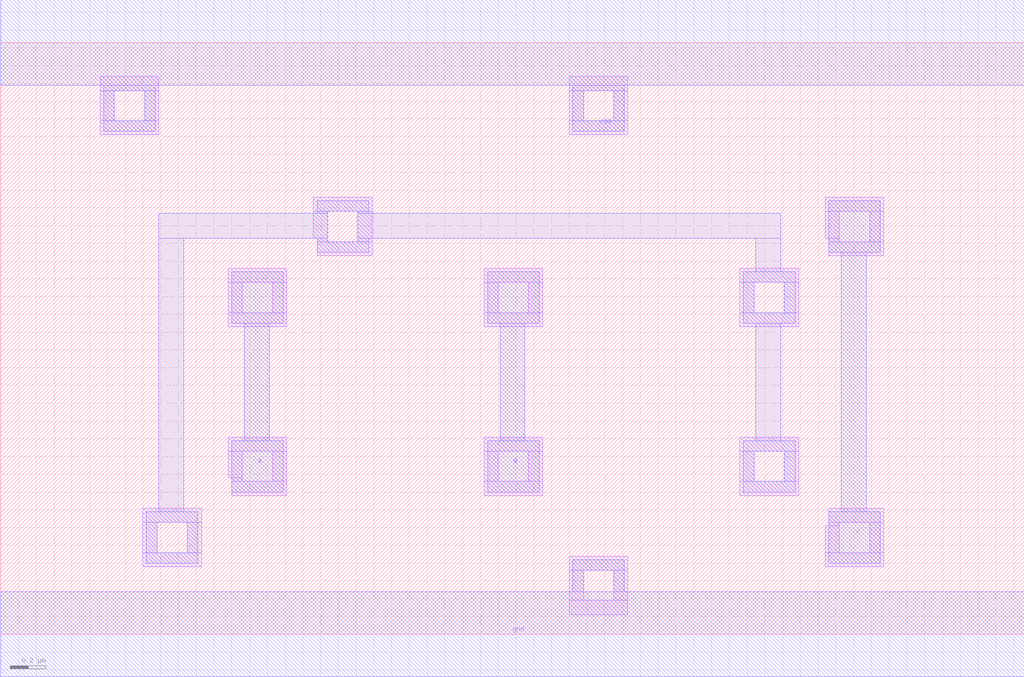
<source format=lef>
VERSION 5.7 ;
  NOWIREEXTENSIONATPIN ON ;
  DIVIDERCHAR "/" ;
  BUSBITCHARS "[]" ;
MACRO AND2X2
  CLASS CORE ;
  FOREIGN AND2X2 ;
  ORIGIN 0.000 0.000 ;
  SIZE 5.760 BY 3.330 ;
  SYMMETRY X Y R90 ;
  SITE unit ;
  PIN vdd
    DIRECTION INOUT ;
    USE POWER ;
    SHAPE ABUTMENT ;
    PORT
      LAYER met1 ;
        RECT 0.000 3.090 5.760 3.570 ;
        RECT 0.580 3.060 0.870 3.090 ;
        RECT 0.580 2.890 0.640 3.060 ;
        RECT 0.810 2.890 0.870 3.060 ;
        RECT 0.580 2.830 0.870 2.890 ;
        RECT 3.220 3.060 3.510 3.090 ;
        RECT 3.220 2.890 3.280 3.060 ;
        RECT 3.450 2.890 3.510 3.060 ;
        RECT 3.220 2.830 3.510 2.890 ;
    END
  END vdd
  PIN gnd
    DIRECTION INOUT ;
    USE GROUND ;
    SHAPE ABUTMENT ;
    PORT
      LAYER met1 ;
        RECT 3.220 0.360 3.510 0.420 ;
        RECT 3.220 0.240 3.280 0.360 ;
        RECT 3.450 0.240 3.510 0.360 ;
        RECT 0.000 -0.240 5.760 0.240 ;
    END
  END gnd
  PIN Y
    DIRECTION INOUT ;
    USE SIGNAL ;
    SHAPE ABUTMENT ;
    PORT
      LAYER met1 ;
        RECT 4.660 2.150 4.950 2.440 ;
        RECT 4.730 0.690 4.870 2.150 ;
        RECT 4.660 0.400 4.950 0.690 ;
    END
  END Y
  PIN A
    DIRECTION INOUT ;
    USE SIGNAL ;
    SHAPE ABUTMENT ;
    PORT
      LAYER met1 ;
        RECT 1.300 1.750 1.590 2.040 ;
        RECT 1.370 1.090 1.510 1.750 ;
        RECT 1.300 0.800 1.590 1.090 ;
    END
  END A
  PIN B
    DIRECTION INOUT ;
    USE SIGNAL ;
    SHAPE ABUTMENT ;
    PORT
      LAYER met1 ;
        RECT 2.740 1.750 3.030 2.040 ;
        RECT 2.810 1.090 2.950 1.750 ;
        RECT 2.740 0.800 3.030 1.090 ;
    END
  END B
  OBS
      LAYER li1 ;
        RECT 0.560 3.060 0.890 3.140 ;
        RECT 0.560 2.890 0.640 3.060 ;
        RECT 0.810 2.890 0.890 3.060 ;
        RECT 0.560 2.810 0.890 2.890 ;
        RECT 3.200 3.060 3.530 3.140 ;
        RECT 3.200 2.890 3.280 3.060 ;
        RECT 3.450 2.890 3.530 3.060 ;
        RECT 3.200 2.810 3.530 2.890 ;
        RECT 1.760 2.380 2.090 2.460 ;
        RECT 1.760 2.230 1.840 2.380 ;
        RECT 1.780 2.210 1.840 2.230 ;
        RECT 2.010 2.210 2.090 2.380 ;
        RECT 4.640 2.380 4.970 2.460 ;
        RECT 4.640 2.230 4.720 2.380 ;
        RECT 1.780 2.130 2.090 2.210 ;
        RECT 4.660 2.210 4.720 2.230 ;
        RECT 4.890 2.210 4.970 2.380 ;
        RECT 4.660 2.130 4.970 2.210 ;
        RECT 1.280 1.980 1.610 2.060 ;
        RECT 1.280 1.810 1.360 1.980 ;
        RECT 1.530 1.810 1.610 1.980 ;
        RECT 1.280 1.730 1.610 1.810 ;
        RECT 2.720 1.980 3.050 2.060 ;
        RECT 2.720 1.810 2.800 1.980 ;
        RECT 2.970 1.810 3.050 1.980 ;
        RECT 2.720 1.730 3.050 1.810 ;
        RECT 4.160 1.980 4.490 2.060 ;
        RECT 4.160 1.810 4.240 1.980 ;
        RECT 4.410 1.810 4.490 1.980 ;
        RECT 4.160 1.730 4.490 1.810 ;
        RECT 1.280 1.030 1.610 1.110 ;
        RECT 1.280 0.880 1.360 1.030 ;
        RECT 1.300 0.860 1.360 0.880 ;
        RECT 1.530 0.860 1.610 1.030 ;
        RECT 1.300 0.780 1.610 0.860 ;
        RECT 2.720 1.030 3.050 1.110 ;
        RECT 2.720 0.860 2.800 1.030 ;
        RECT 2.970 0.860 3.050 1.030 ;
        RECT 2.720 0.780 3.050 0.860 ;
        RECT 4.160 1.030 4.490 1.110 ;
        RECT 4.160 0.860 4.240 1.030 ;
        RECT 4.410 0.860 4.490 1.030 ;
        RECT 4.160 0.780 4.490 0.860 ;
        RECT 0.800 0.630 1.130 0.710 ;
        RECT 0.800 0.460 0.880 0.630 ;
        RECT 1.050 0.460 1.130 0.630 ;
        RECT 4.660 0.630 4.970 0.710 ;
        RECT 4.660 0.610 4.720 0.630 ;
        RECT 0.800 0.380 1.130 0.460 ;
        RECT 4.640 0.460 4.720 0.610 ;
        RECT 4.890 0.460 4.970 0.630 ;
        RECT 3.200 0.360 3.530 0.440 ;
        RECT 4.640 0.380 4.970 0.460 ;
        RECT 3.200 0.190 3.280 0.360 ;
        RECT 3.450 0.190 3.530 0.360 ;
        RECT 3.200 0.110 3.530 0.190 ;
      LAYER met1 ;
        RECT 1.780 2.380 2.070 2.440 ;
        RECT 1.780 2.370 1.840 2.380 ;
        RECT 0.890 2.230 1.840 2.370 ;
        RECT 0.890 0.690 1.030 2.230 ;
        RECT 1.780 2.210 1.840 2.230 ;
        RECT 2.010 2.370 2.070 2.380 ;
        RECT 2.010 2.230 4.390 2.370 ;
        RECT 2.010 2.210 2.070 2.230 ;
        RECT 1.780 2.150 2.070 2.210 ;
        RECT 4.250 2.040 4.390 2.230 ;
        RECT 4.180 1.980 4.470 2.040 ;
        RECT 4.180 1.810 4.240 1.980 ;
        RECT 4.410 1.810 4.470 1.980 ;
        RECT 4.180 1.750 4.470 1.810 ;
        RECT 4.250 1.090 4.390 1.750 ;
        RECT 4.180 1.030 4.470 1.090 ;
        RECT 4.180 0.860 4.240 1.030 ;
        RECT 4.410 0.860 4.470 1.030 ;
        RECT 4.180 0.800 4.470 0.860 ;
        RECT 0.820 0.630 1.110 0.690 ;
        RECT 0.820 0.460 0.880 0.630 ;
        RECT 1.050 0.460 1.110 0.630 ;
        RECT 0.820 0.400 1.110 0.460 ;
  END
END AND2X2
END LIBRARY


</source>
